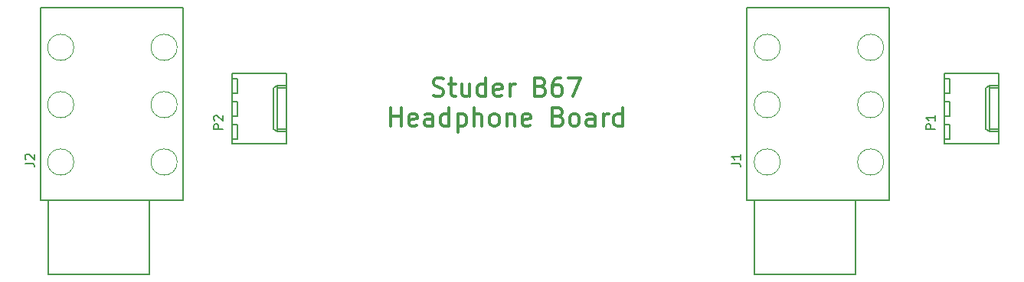
<source format=gbr>
G04 #@! TF.GenerationSoftware,KiCad,Pcbnew,(5.1.6-0-10_14)*
G04 #@! TF.CreationDate,2020-11-10T23:15:50+01:00*
G04 #@! TF.ProjectId,Headphone Board,48656164-7068-46f6-9e65-20426f617264,rev?*
G04 #@! TF.SameCoordinates,Original*
G04 #@! TF.FileFunction,Legend,Top*
G04 #@! TF.FilePolarity,Positive*
%FSLAX46Y46*%
G04 Gerber Fmt 4.6, Leading zero omitted, Abs format (unit mm)*
G04 Created by KiCad (PCBNEW (5.1.6-0-10_14)) date 2020-11-10 23:15:50*
%MOMM*%
%LPD*%
G01*
G04 APERTURE LIST*
%ADD10C,0.300000*%
%ADD11C,0.150000*%
%ADD12C,0.203200*%
%ADD13C,0.100000*%
G04 APERTURE END LIST*
D10*
X137319761Y-86789523D02*
X137605476Y-86884761D01*
X138081666Y-86884761D01*
X138272142Y-86789523D01*
X138367380Y-86694285D01*
X138462619Y-86503809D01*
X138462619Y-86313333D01*
X138367380Y-86122857D01*
X138272142Y-86027619D01*
X138081666Y-85932380D01*
X137700714Y-85837142D01*
X137510238Y-85741904D01*
X137415000Y-85646666D01*
X137319761Y-85456190D01*
X137319761Y-85265714D01*
X137415000Y-85075238D01*
X137510238Y-84980000D01*
X137700714Y-84884761D01*
X138176904Y-84884761D01*
X138462619Y-84980000D01*
X139034047Y-85551428D02*
X139795952Y-85551428D01*
X139319761Y-84884761D02*
X139319761Y-86599047D01*
X139415000Y-86789523D01*
X139605476Y-86884761D01*
X139795952Y-86884761D01*
X141319761Y-85551428D02*
X141319761Y-86884761D01*
X140462619Y-85551428D02*
X140462619Y-86599047D01*
X140557857Y-86789523D01*
X140748333Y-86884761D01*
X141034047Y-86884761D01*
X141224523Y-86789523D01*
X141319761Y-86694285D01*
X143129285Y-86884761D02*
X143129285Y-84884761D01*
X143129285Y-86789523D02*
X142938809Y-86884761D01*
X142557857Y-86884761D01*
X142367380Y-86789523D01*
X142272142Y-86694285D01*
X142176904Y-86503809D01*
X142176904Y-85932380D01*
X142272142Y-85741904D01*
X142367380Y-85646666D01*
X142557857Y-85551428D01*
X142938809Y-85551428D01*
X143129285Y-85646666D01*
X144843571Y-86789523D02*
X144653095Y-86884761D01*
X144272142Y-86884761D01*
X144081666Y-86789523D01*
X143986428Y-86599047D01*
X143986428Y-85837142D01*
X144081666Y-85646666D01*
X144272142Y-85551428D01*
X144653095Y-85551428D01*
X144843571Y-85646666D01*
X144938809Y-85837142D01*
X144938809Y-86027619D01*
X143986428Y-86218095D01*
X145795952Y-86884761D02*
X145795952Y-85551428D01*
X145795952Y-85932380D02*
X145891190Y-85741904D01*
X145986428Y-85646666D01*
X146176904Y-85551428D01*
X146367380Y-85551428D01*
X149224523Y-85837142D02*
X149510238Y-85932380D01*
X149605476Y-86027619D01*
X149700714Y-86218095D01*
X149700714Y-86503809D01*
X149605476Y-86694285D01*
X149510238Y-86789523D01*
X149319761Y-86884761D01*
X148557857Y-86884761D01*
X148557857Y-84884761D01*
X149224523Y-84884761D01*
X149415000Y-84980000D01*
X149510238Y-85075238D01*
X149605476Y-85265714D01*
X149605476Y-85456190D01*
X149510238Y-85646666D01*
X149415000Y-85741904D01*
X149224523Y-85837142D01*
X148557857Y-85837142D01*
X151415000Y-84884761D02*
X151034047Y-84884761D01*
X150843571Y-84980000D01*
X150748333Y-85075238D01*
X150557857Y-85360952D01*
X150462619Y-85741904D01*
X150462619Y-86503809D01*
X150557857Y-86694285D01*
X150653095Y-86789523D01*
X150843571Y-86884761D01*
X151224523Y-86884761D01*
X151415000Y-86789523D01*
X151510238Y-86694285D01*
X151605476Y-86503809D01*
X151605476Y-86027619D01*
X151510238Y-85837142D01*
X151415000Y-85741904D01*
X151224523Y-85646666D01*
X150843571Y-85646666D01*
X150653095Y-85741904D01*
X150557857Y-85837142D01*
X150462619Y-86027619D01*
X152272142Y-84884761D02*
X153605476Y-84884761D01*
X152748333Y-86884761D01*
X132605476Y-90184761D02*
X132605476Y-88184761D01*
X132605476Y-89137142D02*
X133748333Y-89137142D01*
X133748333Y-90184761D02*
X133748333Y-88184761D01*
X135462619Y-90089523D02*
X135272142Y-90184761D01*
X134891190Y-90184761D01*
X134700714Y-90089523D01*
X134605476Y-89899047D01*
X134605476Y-89137142D01*
X134700714Y-88946666D01*
X134891190Y-88851428D01*
X135272142Y-88851428D01*
X135462619Y-88946666D01*
X135557857Y-89137142D01*
X135557857Y-89327619D01*
X134605476Y-89518095D01*
X137272142Y-90184761D02*
X137272142Y-89137142D01*
X137176904Y-88946666D01*
X136986428Y-88851428D01*
X136605476Y-88851428D01*
X136415000Y-88946666D01*
X137272142Y-90089523D02*
X137081666Y-90184761D01*
X136605476Y-90184761D01*
X136415000Y-90089523D01*
X136319761Y-89899047D01*
X136319761Y-89708571D01*
X136415000Y-89518095D01*
X136605476Y-89422857D01*
X137081666Y-89422857D01*
X137272142Y-89327619D01*
X139081666Y-90184761D02*
X139081666Y-88184761D01*
X139081666Y-90089523D02*
X138891190Y-90184761D01*
X138510238Y-90184761D01*
X138319761Y-90089523D01*
X138224523Y-89994285D01*
X138129285Y-89803809D01*
X138129285Y-89232380D01*
X138224523Y-89041904D01*
X138319761Y-88946666D01*
X138510238Y-88851428D01*
X138891190Y-88851428D01*
X139081666Y-88946666D01*
X140034047Y-88851428D02*
X140034047Y-90851428D01*
X140034047Y-88946666D02*
X140224523Y-88851428D01*
X140605476Y-88851428D01*
X140795952Y-88946666D01*
X140891190Y-89041904D01*
X140986428Y-89232380D01*
X140986428Y-89803809D01*
X140891190Y-89994285D01*
X140795952Y-90089523D01*
X140605476Y-90184761D01*
X140224523Y-90184761D01*
X140034047Y-90089523D01*
X141843571Y-90184761D02*
X141843571Y-88184761D01*
X142700714Y-90184761D02*
X142700714Y-89137142D01*
X142605476Y-88946666D01*
X142415000Y-88851428D01*
X142129285Y-88851428D01*
X141938809Y-88946666D01*
X141843571Y-89041904D01*
X143938809Y-90184761D02*
X143748333Y-90089523D01*
X143653095Y-89994285D01*
X143557857Y-89803809D01*
X143557857Y-89232380D01*
X143653095Y-89041904D01*
X143748333Y-88946666D01*
X143938809Y-88851428D01*
X144224523Y-88851428D01*
X144415000Y-88946666D01*
X144510238Y-89041904D01*
X144605476Y-89232380D01*
X144605476Y-89803809D01*
X144510238Y-89994285D01*
X144415000Y-90089523D01*
X144224523Y-90184761D01*
X143938809Y-90184761D01*
X145462619Y-88851428D02*
X145462619Y-90184761D01*
X145462619Y-89041904D02*
X145557857Y-88946666D01*
X145748333Y-88851428D01*
X146034047Y-88851428D01*
X146224523Y-88946666D01*
X146319761Y-89137142D01*
X146319761Y-90184761D01*
X148034047Y-90089523D02*
X147843571Y-90184761D01*
X147462619Y-90184761D01*
X147272142Y-90089523D01*
X147176904Y-89899047D01*
X147176904Y-89137142D01*
X147272142Y-88946666D01*
X147462619Y-88851428D01*
X147843571Y-88851428D01*
X148034047Y-88946666D01*
X148129285Y-89137142D01*
X148129285Y-89327619D01*
X147176904Y-89518095D01*
X151176904Y-89137142D02*
X151462619Y-89232380D01*
X151557857Y-89327619D01*
X151653095Y-89518095D01*
X151653095Y-89803809D01*
X151557857Y-89994285D01*
X151462619Y-90089523D01*
X151272142Y-90184761D01*
X150510238Y-90184761D01*
X150510238Y-88184761D01*
X151176904Y-88184761D01*
X151367380Y-88280000D01*
X151462619Y-88375238D01*
X151557857Y-88565714D01*
X151557857Y-88756190D01*
X151462619Y-88946666D01*
X151367380Y-89041904D01*
X151176904Y-89137142D01*
X150510238Y-89137142D01*
X152795952Y-90184761D02*
X152605476Y-90089523D01*
X152510238Y-89994285D01*
X152415000Y-89803809D01*
X152415000Y-89232380D01*
X152510238Y-89041904D01*
X152605476Y-88946666D01*
X152795952Y-88851428D01*
X153081666Y-88851428D01*
X153272142Y-88946666D01*
X153367380Y-89041904D01*
X153462619Y-89232380D01*
X153462619Y-89803809D01*
X153367380Y-89994285D01*
X153272142Y-90089523D01*
X153081666Y-90184761D01*
X152795952Y-90184761D01*
X155176904Y-90184761D02*
X155176904Y-89137142D01*
X155081666Y-88946666D01*
X154891190Y-88851428D01*
X154510238Y-88851428D01*
X154319761Y-88946666D01*
X155176904Y-90089523D02*
X154986428Y-90184761D01*
X154510238Y-90184761D01*
X154319761Y-90089523D01*
X154224523Y-89899047D01*
X154224523Y-89708571D01*
X154319761Y-89518095D01*
X154510238Y-89422857D01*
X154986428Y-89422857D01*
X155176904Y-89327619D01*
X156129285Y-90184761D02*
X156129285Y-88851428D01*
X156129285Y-89232380D02*
X156224523Y-89041904D01*
X156319761Y-88946666D01*
X156510238Y-88851428D01*
X156700714Y-88851428D01*
X158224523Y-90184761D02*
X158224523Y-88184761D01*
X158224523Y-90089523D02*
X158034047Y-90184761D01*
X157653095Y-90184761D01*
X157462619Y-90089523D01*
X157367380Y-89994285D01*
X157272142Y-89803809D01*
X157272142Y-89232380D01*
X157367380Y-89041904D01*
X157462619Y-88946666D01*
X157653095Y-88851428D01*
X158034047Y-88851428D01*
X158224523Y-88946666D01*
D11*
X193830000Y-92175000D02*
X199830000Y-92175000D01*
X199830000Y-92175000D02*
X199830000Y-84355000D01*
X199830000Y-84355000D02*
X193830000Y-84355000D01*
X193830000Y-84355000D02*
X193830000Y-92175000D01*
X199830000Y-90805000D02*
X198830000Y-90805000D01*
X198830000Y-90805000D02*
X198830000Y-85725000D01*
X198830000Y-85725000D02*
X199830000Y-85725000D01*
X198830000Y-90805000D02*
X198400000Y-90555000D01*
X198400000Y-90555000D02*
X198400000Y-85975000D01*
X198400000Y-85975000D02*
X198830000Y-85725000D01*
X199830000Y-90555000D02*
X198830000Y-90555000D01*
X199830000Y-85975000D02*
X198830000Y-85975000D01*
X193830000Y-91605000D02*
X194450000Y-91605000D01*
X194450000Y-91605000D02*
X194450000Y-90005000D01*
X194450000Y-90005000D02*
X193830000Y-90005000D01*
X193830000Y-89065000D02*
X194450000Y-89065000D01*
X194450000Y-89065000D02*
X194450000Y-87465000D01*
X194450000Y-87465000D02*
X193830000Y-87465000D01*
X193830000Y-86525000D02*
X194450000Y-86525000D01*
X194450000Y-86525000D02*
X194450000Y-84925000D01*
X194450000Y-84925000D02*
X193830000Y-84925000D01*
X115090000Y-92175000D02*
X121090000Y-92175000D01*
X121090000Y-92175000D02*
X121090000Y-84355000D01*
X121090000Y-84355000D02*
X115090000Y-84355000D01*
X115090000Y-84355000D02*
X115090000Y-92175000D01*
X121090000Y-90805000D02*
X120090000Y-90805000D01*
X120090000Y-90805000D02*
X120090000Y-85725000D01*
X120090000Y-85725000D02*
X121090000Y-85725000D01*
X120090000Y-90805000D02*
X119660000Y-90555000D01*
X119660000Y-90555000D02*
X119660000Y-85975000D01*
X119660000Y-85975000D02*
X120090000Y-85725000D01*
X121090000Y-90555000D02*
X120090000Y-90555000D01*
X121090000Y-85975000D02*
X120090000Y-85975000D01*
X115090000Y-91605000D02*
X115710000Y-91605000D01*
X115710000Y-91605000D02*
X115710000Y-90005000D01*
X115710000Y-90005000D02*
X115090000Y-90005000D01*
X115090000Y-89065000D02*
X115710000Y-89065000D01*
X115710000Y-89065000D02*
X115710000Y-87465000D01*
X115710000Y-87465000D02*
X115090000Y-87465000D01*
X115090000Y-86525000D02*
X115710000Y-86525000D01*
X115710000Y-86525000D02*
X115710000Y-84925000D01*
X115710000Y-84925000D02*
X115090000Y-84925000D01*
D12*
X105928160Y-106624120D02*
X105928160Y-98425000D01*
X94731840Y-106624120D02*
X105928160Y-106624120D01*
X94731840Y-98425000D02*
X94731840Y-106624120D01*
X94731840Y-98425000D02*
X93901260Y-98425000D01*
X105928160Y-98425000D02*
X94731840Y-98425000D01*
X109649260Y-98425000D02*
X105928160Y-98425000D01*
X109649260Y-77066140D02*
X109649260Y-98425000D01*
X93901260Y-77066140D02*
X109649260Y-77066140D01*
X93901260Y-98425000D02*
X93901260Y-77066140D01*
X184033160Y-106624120D02*
X184033160Y-98425000D01*
X172836840Y-106624120D02*
X184033160Y-106624120D01*
X172836840Y-98425000D02*
X172836840Y-106624120D01*
X172836840Y-98425000D02*
X172006260Y-98425000D01*
X184033160Y-98425000D02*
X172836840Y-98425000D01*
X187754260Y-98425000D02*
X184033160Y-98425000D01*
X187754260Y-77066140D02*
X187754260Y-98425000D01*
X172006260Y-77066140D02*
X187754260Y-77066140D01*
X172006260Y-98425000D02*
X172006260Y-77066140D01*
D13*
X109008840Y-87825580D02*
G75*
G03*
X109008840Y-87825580I-1450000J0D01*
G01*
X97581380Y-87825580D02*
G75*
G03*
X97581380Y-87825580I-1450000J0D01*
G01*
X109008840Y-94175580D02*
G75*
G03*
X109008840Y-94175580I-1450000J0D01*
G01*
X97581380Y-94175580D02*
G75*
G03*
X97581380Y-94175580I-1450000J0D01*
G01*
X109008840Y-81475580D02*
G75*
G03*
X109008840Y-81475580I-1450000J0D01*
G01*
X97581380Y-81475580D02*
G75*
G03*
X97581380Y-81475580I-1450000J0D01*
G01*
X187113840Y-87825580D02*
G75*
G03*
X187113840Y-87825580I-1450000J0D01*
G01*
X175686380Y-87825580D02*
G75*
G03*
X175686380Y-87825580I-1450000J0D01*
G01*
X187113840Y-94175580D02*
G75*
G03*
X187113840Y-94175580I-1450000J0D01*
G01*
X175686380Y-94175580D02*
G75*
G03*
X175686380Y-94175580I-1450000J0D01*
G01*
X187113840Y-81475580D02*
G75*
G03*
X187113840Y-81475580I-1450000J0D01*
G01*
X175686380Y-81475580D02*
G75*
G03*
X175686380Y-81475580I-1450000J0D01*
G01*
D11*
X192802380Y-90543095D02*
X191802380Y-90543095D01*
X191802380Y-90162142D01*
X191850000Y-90066904D01*
X191897619Y-90019285D01*
X191992857Y-89971666D01*
X192135714Y-89971666D01*
X192230952Y-90019285D01*
X192278571Y-90066904D01*
X192326190Y-90162142D01*
X192326190Y-90543095D01*
X192802380Y-89019285D02*
X192802380Y-89590714D01*
X192802380Y-89305000D02*
X191802380Y-89305000D01*
X191945238Y-89400238D01*
X192040476Y-89495476D01*
X192088095Y-89590714D01*
X114062380Y-90543095D02*
X113062380Y-90543095D01*
X113062380Y-90162142D01*
X113110000Y-90066904D01*
X113157619Y-90019285D01*
X113252857Y-89971666D01*
X113395714Y-89971666D01*
X113490952Y-90019285D01*
X113538571Y-90066904D01*
X113586190Y-90162142D01*
X113586190Y-90543095D01*
X113157619Y-89590714D02*
X113110000Y-89543095D01*
X113062380Y-89447857D01*
X113062380Y-89209761D01*
X113110000Y-89114523D01*
X113157619Y-89066904D01*
X113252857Y-89019285D01*
X113348095Y-89019285D01*
X113490952Y-89066904D01*
X114062380Y-89638333D01*
X114062380Y-89019285D01*
X92195400Y-94313333D02*
X92909686Y-94313333D01*
X93052543Y-94360952D01*
X93147781Y-94456190D01*
X93195400Y-94599047D01*
X93195400Y-94694285D01*
X92290639Y-93884761D02*
X92243020Y-93837142D01*
X92195400Y-93741904D01*
X92195400Y-93503809D01*
X92243020Y-93408571D01*
X92290639Y-93360952D01*
X92385877Y-93313333D01*
X92481115Y-93313333D01*
X92623972Y-93360952D01*
X93195400Y-93932380D01*
X93195400Y-93313333D01*
X170300400Y-94313333D02*
X171014686Y-94313333D01*
X171157543Y-94360952D01*
X171252781Y-94456190D01*
X171300400Y-94599047D01*
X171300400Y-94694285D01*
X171300400Y-93313333D02*
X171300400Y-93884761D01*
X171300400Y-93599047D02*
X170300400Y-93599047D01*
X170443258Y-93694285D01*
X170538496Y-93789523D01*
X170586115Y-93884761D01*
M02*

</source>
